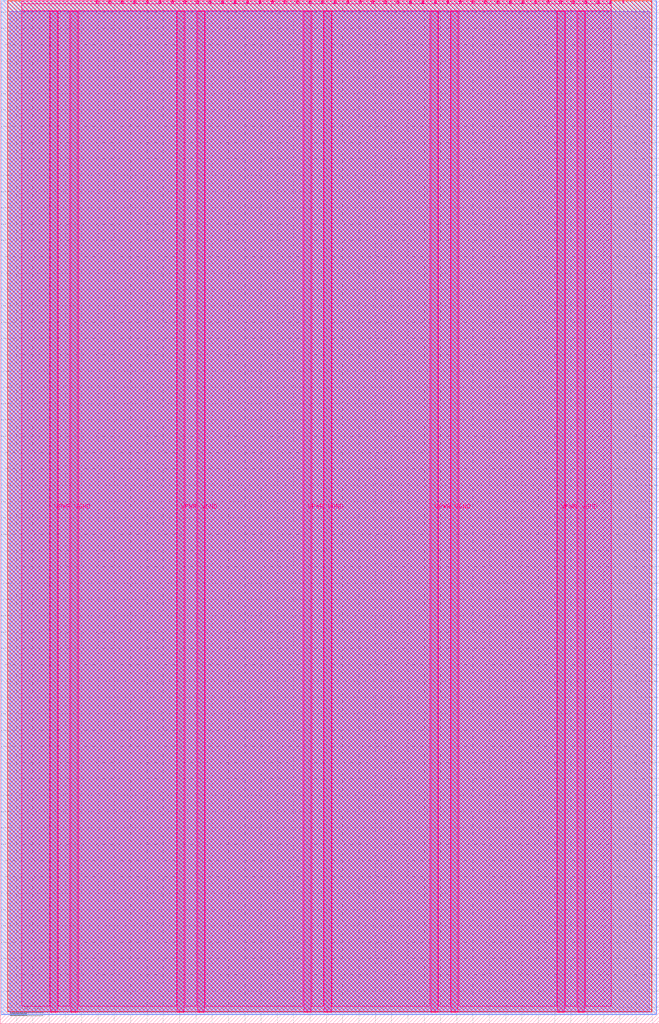
<source format=lef>
VERSION 5.7 ;
  NOWIREEXTENSIONATPIN ON ;
  DIVIDERCHAR "/" ;
  BUSBITCHARS "[]" ;
MACRO tt_um_thexeno_rgbw_controller
  CLASS BLOCK ;
  FOREIGN tt_um_thexeno_rgbw_controller ;
  ORIGIN 0.000 0.000 ;
  SIZE 202.080 BY 313.740 ;
  PIN VGND
    DIRECTION INOUT ;
    USE GROUND ;
    PORT
      LAYER Metal5 ;
        RECT 21.580 3.560 23.780 310.180 ;
    END
    PORT
      LAYER Metal5 ;
        RECT 60.450 3.560 62.650 310.180 ;
    END
    PORT
      LAYER Metal5 ;
        RECT 99.320 3.560 101.520 310.180 ;
    END
    PORT
      LAYER Metal5 ;
        RECT 138.190 3.560 140.390 310.180 ;
    END
    PORT
      LAYER Metal5 ;
        RECT 177.060 3.560 179.260 310.180 ;
    END
  END VGND
  PIN VPWR
    DIRECTION INOUT ;
    USE POWER ;
    PORT
      LAYER Metal5 ;
        RECT 15.380 3.560 17.580 310.180 ;
    END
    PORT
      LAYER Metal5 ;
        RECT 54.250 3.560 56.450 310.180 ;
    END
    PORT
      LAYER Metal5 ;
        RECT 93.120 3.560 95.320 310.180 ;
    END
    PORT
      LAYER Metal5 ;
        RECT 131.990 3.560 134.190 310.180 ;
    END
    PORT
      LAYER Metal5 ;
        RECT 170.860 3.560 173.060 310.180 ;
    END
  END VPWR
  PIN clk
    DIRECTION INPUT ;
    USE SIGNAL ;
    ANTENNAGATEAREA 0.213200 ;
    PORT
      LAYER Metal5 ;
        RECT 187.050 312.740 187.350 313.740 ;
    END
  END clk
  PIN ena
    DIRECTION INPUT ;
    USE SIGNAL ;
    PORT
      LAYER Metal5 ;
        RECT 190.890 312.740 191.190 313.740 ;
    END
  END ena
  PIN rst_n
    DIRECTION INPUT ;
    USE SIGNAL ;
    ANTENNAGATEAREA 0.527800 ;
    PORT
      LAYER Metal5 ;
        RECT 183.210 312.740 183.510 313.740 ;
    END
  END rst_n
  PIN ui_in[0]
    DIRECTION INPUT ;
    USE SIGNAL ;
    PORT
      LAYER Metal5 ;
        RECT 179.370 312.740 179.670 313.740 ;
    END
  END ui_in[0]
  PIN ui_in[1]
    DIRECTION INPUT ;
    USE SIGNAL ;
    PORT
      LAYER Metal5 ;
        RECT 175.530 312.740 175.830 313.740 ;
    END
  END ui_in[1]
  PIN ui_in[2]
    DIRECTION INPUT ;
    USE SIGNAL ;
    PORT
      LAYER Metal5 ;
        RECT 171.690 312.740 171.990 313.740 ;
    END
  END ui_in[2]
  PIN ui_in[3]
    DIRECTION INPUT ;
    USE SIGNAL ;
    ANTENNAGATEAREA 0.180700 ;
    PORT
      LAYER Metal5 ;
        RECT 167.850 312.740 168.150 313.740 ;
    END
  END ui_in[3]
  PIN ui_in[4]
    DIRECTION INPUT ;
    USE SIGNAL ;
    ANTENNAGATEAREA 0.180700 ;
    PORT
      LAYER Metal5 ;
        RECT 164.010 312.740 164.310 313.740 ;
    END
  END ui_in[4]
  PIN ui_in[5]
    DIRECTION INPUT ;
    USE SIGNAL ;
    ANTENNAGATEAREA 0.180700 ;
    PORT
      LAYER Metal5 ;
        RECT 160.170 312.740 160.470 313.740 ;
    END
  END ui_in[5]
  PIN ui_in[6]
    DIRECTION INPUT ;
    USE SIGNAL ;
    ANTENNAGATEAREA 0.180700 ;
    PORT
      LAYER Metal5 ;
        RECT 156.330 312.740 156.630 313.740 ;
    END
  END ui_in[6]
  PIN ui_in[7]
    DIRECTION INPUT ;
    USE SIGNAL ;
    PORT
      LAYER Metal5 ;
        RECT 152.490 312.740 152.790 313.740 ;
    END
  END ui_in[7]
  PIN uio_in[0]
    DIRECTION INPUT ;
    USE SIGNAL ;
    PORT
      LAYER Metal5 ;
        RECT 148.650 312.740 148.950 313.740 ;
    END
  END uio_in[0]
  PIN uio_in[1]
    DIRECTION INPUT ;
    USE SIGNAL ;
    PORT
      LAYER Metal5 ;
        RECT 144.810 312.740 145.110 313.740 ;
    END
  END uio_in[1]
  PIN uio_in[2]
    DIRECTION INPUT ;
    USE SIGNAL ;
    PORT
      LAYER Metal5 ;
        RECT 140.970 312.740 141.270 313.740 ;
    END
  END uio_in[2]
  PIN uio_in[3]
    DIRECTION INPUT ;
    USE SIGNAL ;
    PORT
      LAYER Metal5 ;
        RECT 137.130 312.740 137.430 313.740 ;
    END
  END uio_in[3]
  PIN uio_in[4]
    DIRECTION INPUT ;
    USE SIGNAL ;
    PORT
      LAYER Metal5 ;
        RECT 133.290 312.740 133.590 313.740 ;
    END
  END uio_in[4]
  PIN uio_in[5]
    DIRECTION INPUT ;
    USE SIGNAL ;
    PORT
      LAYER Metal5 ;
        RECT 129.450 312.740 129.750 313.740 ;
    END
  END uio_in[5]
  PIN uio_in[6]
    DIRECTION INPUT ;
    USE SIGNAL ;
    PORT
      LAYER Metal5 ;
        RECT 125.610 312.740 125.910 313.740 ;
    END
  END uio_in[6]
  PIN uio_in[7]
    DIRECTION INPUT ;
    USE SIGNAL ;
    PORT
      LAYER Metal5 ;
        RECT 121.770 312.740 122.070 313.740 ;
    END
  END uio_in[7]
  PIN uio_oe[0]
    DIRECTION OUTPUT ;
    USE SIGNAL ;
    ANTENNADIFFAREA 0.392700 ;
    PORT
      LAYER Metal5 ;
        RECT 56.490 312.740 56.790 313.740 ;
    END
  END uio_oe[0]
  PIN uio_oe[1]
    DIRECTION OUTPUT ;
    USE SIGNAL ;
    ANTENNADIFFAREA 0.392700 ;
    PORT
      LAYER Metal5 ;
        RECT 52.650 312.740 52.950 313.740 ;
    END
  END uio_oe[1]
  PIN uio_oe[2]
    DIRECTION OUTPUT ;
    USE SIGNAL ;
    ANTENNADIFFAREA 0.392700 ;
    PORT
      LAYER Metal5 ;
        RECT 48.810 312.740 49.110 313.740 ;
    END
  END uio_oe[2]
  PIN uio_oe[3]
    DIRECTION OUTPUT ;
    USE SIGNAL ;
    ANTENNADIFFAREA 0.392700 ;
    PORT
      LAYER Metal5 ;
        RECT 44.970 312.740 45.270 313.740 ;
    END
  END uio_oe[3]
  PIN uio_oe[4]
    DIRECTION OUTPUT ;
    USE SIGNAL ;
    ANTENNADIFFAREA 0.392700 ;
    PORT
      LAYER Metal5 ;
        RECT 41.130 312.740 41.430 313.740 ;
    END
  END uio_oe[4]
  PIN uio_oe[5]
    DIRECTION OUTPUT ;
    USE SIGNAL ;
    ANTENNADIFFAREA 0.392700 ;
    PORT
      LAYER Metal5 ;
        RECT 37.290 312.740 37.590 313.740 ;
    END
  END uio_oe[5]
  PIN uio_oe[6]
    DIRECTION OUTPUT ;
    USE SIGNAL ;
    ANTENNADIFFAREA 0.392700 ;
    PORT
      LAYER Metal5 ;
        RECT 33.450 312.740 33.750 313.740 ;
    END
  END uio_oe[6]
  PIN uio_oe[7]
    DIRECTION OUTPUT ;
    USE SIGNAL ;
    ANTENNADIFFAREA 0.392700 ;
    PORT
      LAYER Metal5 ;
        RECT 29.610 312.740 29.910 313.740 ;
    END
  END uio_oe[7]
  PIN uio_out[0]
    DIRECTION OUTPUT ;
    USE SIGNAL ;
    ANTENNAGATEAREA 0.109200 ;
    ANTENNADIFFAREA 0.632400 ;
    PORT
      LAYER Metal5 ;
        RECT 87.210 312.740 87.510 313.740 ;
    END
  END uio_out[0]
  PIN uio_out[1]
    DIRECTION OUTPUT ;
    USE SIGNAL ;
    ANTENNAGATEAREA 0.109200 ;
    ANTENNADIFFAREA 0.632400 ;
    PORT
      LAYER Metal5 ;
        RECT 83.370 312.740 83.670 313.740 ;
    END
  END uio_out[1]
  PIN uio_out[2]
    DIRECTION OUTPUT ;
    USE SIGNAL ;
    ANTENNAGATEAREA 1.934400 ;
    ANTENNADIFFAREA 6.678600 ;
    PORT
      LAYER Metal5 ;
        RECT 79.530 312.740 79.830 313.740 ;
    END
  END uio_out[2]
  PIN uio_out[3]
    DIRECTION OUTPUT ;
    USE SIGNAL ;
    ANTENNAGATEAREA 0.109200 ;
    ANTENNADIFFAREA 0.632400 ;
    PORT
      LAYER Metal5 ;
        RECT 75.690 312.740 75.990 313.740 ;
    END
  END uio_out[3]
  PIN uio_out[4]
    DIRECTION OUTPUT ;
    USE SIGNAL ;
    ANTENNAGATEAREA 1.326000 ;
    ANTENNADIFFAREA 4.663200 ;
    PORT
      LAYER Metal5 ;
        RECT 71.850 312.740 72.150 313.740 ;
    END
  END uio_out[4]
  PIN uio_out[5]
    DIRECTION OUTPUT ;
    USE SIGNAL ;
    ANTENNAGATEAREA 0.109200 ;
    ANTENNADIFFAREA 0.632400 ;
    PORT
      LAYER Metal5 ;
        RECT 68.010 312.740 68.310 313.740 ;
    END
  END uio_out[5]
  PIN uio_out[6]
    DIRECTION OUTPUT ;
    USE SIGNAL ;
    ANTENNAGATEAREA 1.934400 ;
    ANTENNADIFFAREA 6.678600 ;
    PORT
      LAYER Metal5 ;
        RECT 64.170 312.740 64.470 313.740 ;
    END
  END uio_out[6]
  PIN uio_out[7]
    DIRECTION OUTPUT ;
    USE SIGNAL ;
    ANTENNAGATEAREA 3.151200 ;
    ANTENNADIFFAREA 10.709400 ;
    PORT
      LAYER Metal5 ;
        RECT 60.330 312.740 60.630 313.740 ;
    END
  END uio_out[7]
  PIN uo_out[0]
    DIRECTION OUTPUT ;
    USE SIGNAL ;
    ANTENNADIFFAREA 0.654800 ;
    PORT
      LAYER Metal5 ;
        RECT 117.930 312.740 118.230 313.740 ;
    END
  END uo_out[0]
  PIN uo_out[1]
    DIRECTION OUTPUT ;
    USE SIGNAL ;
    ANTENNADIFFAREA 0.654800 ;
    PORT
      LAYER Metal5 ;
        RECT 114.090 312.740 114.390 313.740 ;
    END
  END uo_out[1]
  PIN uo_out[2]
    DIRECTION OUTPUT ;
    USE SIGNAL ;
    ANTENNADIFFAREA 0.654800 ;
    PORT
      LAYER Metal5 ;
        RECT 110.250 312.740 110.550 313.740 ;
    END
  END uo_out[2]
  PIN uo_out[3]
    DIRECTION OUTPUT ;
    USE SIGNAL ;
    ANTENNADIFFAREA 0.654800 ;
    PORT
      LAYER Metal5 ;
        RECT 106.410 312.740 106.710 313.740 ;
    END
  END uo_out[3]
  PIN uo_out[4]
    DIRECTION OUTPUT ;
    USE SIGNAL ;
    ANTENNADIFFAREA 0.299200 ;
    PORT
      LAYER Metal5 ;
        RECT 102.570 312.740 102.870 313.740 ;
    END
  END uo_out[4]
  PIN uo_out[5]
    DIRECTION OUTPUT ;
    USE SIGNAL ;
    ANTENNADIFFAREA 0.299200 ;
    PORT
      LAYER Metal5 ;
        RECT 98.730 312.740 99.030 313.740 ;
    END
  END uo_out[5]
  PIN uo_out[6]
    DIRECTION OUTPUT ;
    USE SIGNAL ;
    ANTENNADIFFAREA 0.299200 ;
    PORT
      LAYER Metal5 ;
        RECT 94.890 312.740 95.190 313.740 ;
    END
  END uo_out[6]
  PIN uo_out[7]
    DIRECTION OUTPUT ;
    USE SIGNAL ;
    ANTENNADIFFAREA 0.299200 ;
    PORT
      LAYER Metal5 ;
        RECT 91.050 312.740 91.350 313.740 ;
    END
  END uo_out[7]
  OBS
      LAYER GatPoly ;
        RECT 2.880 3.630 199.200 310.110 ;
      LAYER Metal1 ;
        RECT 2.880 3.560 199.200 310.180 ;
      LAYER Metal2 ;
        RECT 0.335 2.840 201.265 313.420 ;
      LAYER Metal3 ;
        RECT 0.380 2.795 201.220 313.465 ;
      LAYER Metal4 ;
        RECT 2.255 3.680 199.825 313.420 ;
      LAYER Metal5 ;
        RECT 6.620 312.530 29.400 313.465 ;
        RECT 30.120 312.530 33.240 313.465 ;
        RECT 33.960 312.530 37.080 313.465 ;
        RECT 37.800 312.530 40.920 313.465 ;
        RECT 41.640 312.530 44.760 313.465 ;
        RECT 45.480 312.530 48.600 313.465 ;
        RECT 49.320 312.530 52.440 313.465 ;
        RECT 53.160 312.530 56.280 313.465 ;
        RECT 57.000 312.530 60.120 313.465 ;
        RECT 60.840 312.530 63.960 313.465 ;
        RECT 64.680 312.530 67.800 313.465 ;
        RECT 68.520 312.530 71.640 313.465 ;
        RECT 72.360 312.530 75.480 313.465 ;
        RECT 76.200 312.530 79.320 313.465 ;
        RECT 80.040 312.530 83.160 313.465 ;
        RECT 83.880 312.530 87.000 313.465 ;
        RECT 87.720 312.530 90.840 313.465 ;
        RECT 91.560 312.530 94.680 313.465 ;
        RECT 95.400 312.530 98.520 313.465 ;
        RECT 99.240 312.530 102.360 313.465 ;
        RECT 103.080 312.530 106.200 313.465 ;
        RECT 106.920 312.530 110.040 313.465 ;
        RECT 110.760 312.530 113.880 313.465 ;
        RECT 114.600 312.530 117.720 313.465 ;
        RECT 118.440 312.530 121.560 313.465 ;
        RECT 122.280 312.530 125.400 313.465 ;
        RECT 126.120 312.530 129.240 313.465 ;
        RECT 129.960 312.530 133.080 313.465 ;
        RECT 133.800 312.530 136.920 313.465 ;
        RECT 137.640 312.530 140.760 313.465 ;
        RECT 141.480 312.530 144.600 313.465 ;
        RECT 145.320 312.530 148.440 313.465 ;
        RECT 149.160 312.530 152.280 313.465 ;
        RECT 153.000 312.530 156.120 313.465 ;
        RECT 156.840 312.530 159.960 313.465 ;
        RECT 160.680 312.530 163.800 313.465 ;
        RECT 164.520 312.530 167.640 313.465 ;
        RECT 168.360 312.530 171.480 313.465 ;
        RECT 172.200 312.530 175.320 313.465 ;
        RECT 176.040 312.530 179.160 313.465 ;
        RECT 179.880 312.530 183.000 313.465 ;
        RECT 183.720 312.530 186.840 313.465 ;
        RECT 6.620 310.390 187.300 312.530 ;
        RECT 6.620 5.315 15.170 310.390 ;
        RECT 17.790 5.315 21.370 310.390 ;
        RECT 23.990 5.315 54.040 310.390 ;
        RECT 56.660 5.315 60.240 310.390 ;
        RECT 62.860 5.315 92.910 310.390 ;
        RECT 95.530 5.315 99.110 310.390 ;
        RECT 101.730 5.315 131.780 310.390 ;
        RECT 134.400 5.315 137.980 310.390 ;
        RECT 140.600 5.315 170.650 310.390 ;
        RECT 173.270 5.315 176.850 310.390 ;
        RECT 179.470 5.315 187.300 310.390 ;
  END
END tt_um_thexeno_rgbw_controller
END LIBRARY


</source>
